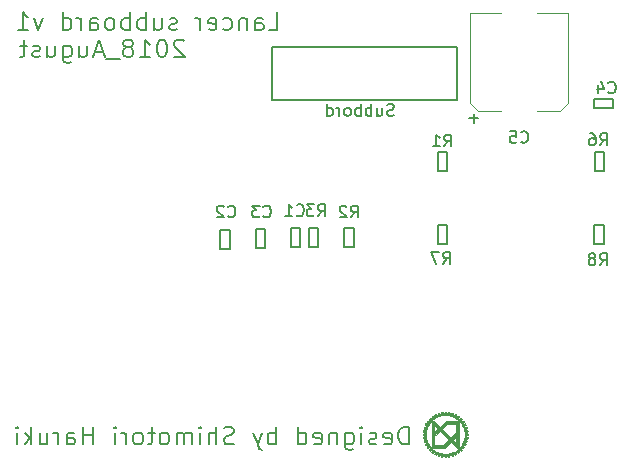
<source format=gbo>
G04 #@! TF.GenerationSoftware,KiCad,Pcbnew,(5.0.0)*
G04 #@! TF.CreationDate,2018-08-29T14:02:58+09:00*
G04 #@! TF.ProjectId,lancer_subbord,6C616E6365725F737562626F72642E6B,rev?*
G04 #@! TF.SameCoordinates,Original*
G04 #@! TF.FileFunction,Legend,Bot*
G04 #@! TF.FilePolarity,Positive*
%FSLAX46Y46*%
G04 Gerber Fmt 4.6, Leading zero omitted, Abs format (unit mm)*
G04 Created by KiCad (PCBNEW (5.0.0)) date 08/29/18 14:02:58*
%MOMM*%
%LPD*%
G01*
G04 APERTURE LIST*
%ADD10C,0.200000*%
%ADD11C,0.150000*%
%ADD12C,0.120000*%
%ADD13C,0.010000*%
G04 APERTURE END LIST*
D10*
X143032142Y-85146428D02*
X142960714Y-85075000D01*
X142817857Y-85003571D01*
X142460714Y-85003571D01*
X142317857Y-85075000D01*
X142246428Y-85146428D01*
X142175000Y-85289285D01*
X142175000Y-85432142D01*
X142246428Y-85646428D01*
X143103571Y-86503571D01*
X142175000Y-86503571D01*
X141246428Y-85003571D02*
X141103571Y-85003571D01*
X140960714Y-85075000D01*
X140889285Y-85146428D01*
X140817857Y-85289285D01*
X140746428Y-85575000D01*
X140746428Y-85932142D01*
X140817857Y-86217857D01*
X140889285Y-86360714D01*
X140960714Y-86432142D01*
X141103571Y-86503571D01*
X141246428Y-86503571D01*
X141389285Y-86432142D01*
X141460714Y-86360714D01*
X141532142Y-86217857D01*
X141603571Y-85932142D01*
X141603571Y-85575000D01*
X141532142Y-85289285D01*
X141460714Y-85146428D01*
X141389285Y-85075000D01*
X141246428Y-85003571D01*
X139317857Y-86503571D02*
X140175000Y-86503571D01*
X139746428Y-86503571D02*
X139746428Y-85003571D01*
X139889285Y-85217857D01*
X140032142Y-85360714D01*
X140175000Y-85432142D01*
X138460714Y-85646428D02*
X138603571Y-85575000D01*
X138675000Y-85503571D01*
X138746428Y-85360714D01*
X138746428Y-85289285D01*
X138675000Y-85146428D01*
X138603571Y-85075000D01*
X138460714Y-85003571D01*
X138175000Y-85003571D01*
X138032142Y-85075000D01*
X137960714Y-85146428D01*
X137889285Y-85289285D01*
X137889285Y-85360714D01*
X137960714Y-85503571D01*
X138032142Y-85575000D01*
X138175000Y-85646428D01*
X138460714Y-85646428D01*
X138603571Y-85717857D01*
X138675000Y-85789285D01*
X138746428Y-85932142D01*
X138746428Y-86217857D01*
X138675000Y-86360714D01*
X138603571Y-86432142D01*
X138460714Y-86503571D01*
X138175000Y-86503571D01*
X138032142Y-86432142D01*
X137960714Y-86360714D01*
X137889285Y-86217857D01*
X137889285Y-85932142D01*
X137960714Y-85789285D01*
X138032142Y-85717857D01*
X138175000Y-85646428D01*
X137603571Y-86646428D02*
X136460714Y-86646428D01*
X136175000Y-86075000D02*
X135460714Y-86075000D01*
X136317857Y-86503571D02*
X135817857Y-85003571D01*
X135317857Y-86503571D01*
X134174999Y-85503571D02*
X134174999Y-86503571D01*
X134817857Y-85503571D02*
X134817857Y-86289285D01*
X134746428Y-86432142D01*
X134603571Y-86503571D01*
X134389285Y-86503571D01*
X134246428Y-86432142D01*
X134174999Y-86360714D01*
X132817857Y-85503571D02*
X132817857Y-86717857D01*
X132889285Y-86860714D01*
X132960714Y-86932142D01*
X133103571Y-87003571D01*
X133317857Y-87003571D01*
X133460714Y-86932142D01*
X132817857Y-86432142D02*
X132960714Y-86503571D01*
X133246428Y-86503571D01*
X133389285Y-86432142D01*
X133460714Y-86360714D01*
X133532142Y-86217857D01*
X133532142Y-85789285D01*
X133460714Y-85646428D01*
X133389285Y-85575000D01*
X133246428Y-85503571D01*
X132960714Y-85503571D01*
X132817857Y-85575000D01*
X131460714Y-85503571D02*
X131460714Y-86503571D01*
X132103571Y-85503571D02*
X132103571Y-86289285D01*
X132032142Y-86432142D01*
X131889285Y-86503571D01*
X131674999Y-86503571D01*
X131532142Y-86432142D01*
X131460714Y-86360714D01*
X130817857Y-86432142D02*
X130674999Y-86503571D01*
X130389285Y-86503571D01*
X130246428Y-86432142D01*
X130174999Y-86289285D01*
X130174999Y-86217857D01*
X130246428Y-86075000D01*
X130389285Y-86003571D01*
X130603571Y-86003571D01*
X130746428Y-85932142D01*
X130817857Y-85789285D01*
X130817857Y-85717857D01*
X130746428Y-85575000D01*
X130603571Y-85503571D01*
X130389285Y-85503571D01*
X130246428Y-85575000D01*
X129746428Y-85503571D02*
X129174999Y-85503571D01*
X129532142Y-85003571D02*
X129532142Y-86289285D01*
X129460714Y-86432142D01*
X129317857Y-86503571D01*
X129174999Y-86503571D01*
X162046428Y-119278571D02*
X162046428Y-117778571D01*
X161689285Y-117778571D01*
X161475000Y-117850000D01*
X161332142Y-117992857D01*
X161260714Y-118135714D01*
X161189285Y-118421428D01*
X161189285Y-118635714D01*
X161260714Y-118921428D01*
X161332142Y-119064285D01*
X161475000Y-119207142D01*
X161689285Y-119278571D01*
X162046428Y-119278571D01*
X159975000Y-119207142D02*
X160117857Y-119278571D01*
X160403571Y-119278571D01*
X160546428Y-119207142D01*
X160617857Y-119064285D01*
X160617857Y-118492857D01*
X160546428Y-118350000D01*
X160403571Y-118278571D01*
X160117857Y-118278571D01*
X159975000Y-118350000D01*
X159903571Y-118492857D01*
X159903571Y-118635714D01*
X160617857Y-118778571D01*
X159332142Y-119207142D02*
X159189285Y-119278571D01*
X158903571Y-119278571D01*
X158760714Y-119207142D01*
X158689285Y-119064285D01*
X158689285Y-118992857D01*
X158760714Y-118850000D01*
X158903571Y-118778571D01*
X159117857Y-118778571D01*
X159260714Y-118707142D01*
X159332142Y-118564285D01*
X159332142Y-118492857D01*
X159260714Y-118350000D01*
X159117857Y-118278571D01*
X158903571Y-118278571D01*
X158760714Y-118350000D01*
X158046428Y-119278571D02*
X158046428Y-118278571D01*
X158046428Y-117778571D02*
X158117857Y-117850000D01*
X158046428Y-117921428D01*
X157975000Y-117850000D01*
X158046428Y-117778571D01*
X158046428Y-117921428D01*
X156689285Y-118278571D02*
X156689285Y-119492857D01*
X156760714Y-119635714D01*
X156832142Y-119707142D01*
X156975000Y-119778571D01*
X157189285Y-119778571D01*
X157332142Y-119707142D01*
X156689285Y-119207142D02*
X156832142Y-119278571D01*
X157117857Y-119278571D01*
X157260714Y-119207142D01*
X157332142Y-119135714D01*
X157403571Y-118992857D01*
X157403571Y-118564285D01*
X157332142Y-118421428D01*
X157260714Y-118350000D01*
X157117857Y-118278571D01*
X156832142Y-118278571D01*
X156689285Y-118350000D01*
X155975000Y-118278571D02*
X155975000Y-119278571D01*
X155975000Y-118421428D02*
X155903571Y-118350000D01*
X155760714Y-118278571D01*
X155546428Y-118278571D01*
X155403571Y-118350000D01*
X155332142Y-118492857D01*
X155332142Y-119278571D01*
X154046428Y-119207142D02*
X154189285Y-119278571D01*
X154475000Y-119278571D01*
X154617857Y-119207142D01*
X154689285Y-119064285D01*
X154689285Y-118492857D01*
X154617857Y-118350000D01*
X154475000Y-118278571D01*
X154189285Y-118278571D01*
X154046428Y-118350000D01*
X153975000Y-118492857D01*
X153975000Y-118635714D01*
X154689285Y-118778571D01*
X152689285Y-119278571D02*
X152689285Y-117778571D01*
X152689285Y-119207142D02*
X152832142Y-119278571D01*
X153117857Y-119278571D01*
X153260714Y-119207142D01*
X153332142Y-119135714D01*
X153403571Y-118992857D01*
X153403571Y-118564285D01*
X153332142Y-118421428D01*
X153260714Y-118350000D01*
X153117857Y-118278571D01*
X152832142Y-118278571D01*
X152689285Y-118350000D01*
X150832142Y-119278571D02*
X150832142Y-117778571D01*
X150832142Y-118350000D02*
X150689285Y-118278571D01*
X150403571Y-118278571D01*
X150260714Y-118350000D01*
X150189285Y-118421428D01*
X150117857Y-118564285D01*
X150117857Y-118992857D01*
X150189285Y-119135714D01*
X150260714Y-119207142D01*
X150403571Y-119278571D01*
X150689285Y-119278571D01*
X150832142Y-119207142D01*
X149617857Y-118278571D02*
X149260714Y-119278571D01*
X148903571Y-118278571D02*
X149260714Y-119278571D01*
X149403571Y-119635714D01*
X149475000Y-119707142D01*
X149617857Y-119778571D01*
X147260714Y-119207142D02*
X147046428Y-119278571D01*
X146689285Y-119278571D01*
X146546428Y-119207142D01*
X146475000Y-119135714D01*
X146403571Y-118992857D01*
X146403571Y-118850000D01*
X146475000Y-118707142D01*
X146546428Y-118635714D01*
X146689285Y-118564285D01*
X146975000Y-118492857D01*
X147117857Y-118421428D01*
X147189285Y-118350000D01*
X147260714Y-118207142D01*
X147260714Y-118064285D01*
X147189285Y-117921428D01*
X147117857Y-117850000D01*
X146975000Y-117778571D01*
X146617857Y-117778571D01*
X146403571Y-117850000D01*
X145760714Y-119278571D02*
X145760714Y-117778571D01*
X145117857Y-119278571D02*
X145117857Y-118492857D01*
X145189285Y-118350000D01*
X145332142Y-118278571D01*
X145546428Y-118278571D01*
X145689285Y-118350000D01*
X145760714Y-118421428D01*
X144403571Y-119278571D02*
X144403571Y-118278571D01*
X144403571Y-117778571D02*
X144475000Y-117850000D01*
X144403571Y-117921428D01*
X144332142Y-117850000D01*
X144403571Y-117778571D01*
X144403571Y-117921428D01*
X143689285Y-119278571D02*
X143689285Y-118278571D01*
X143689285Y-118421428D02*
X143617857Y-118350000D01*
X143475000Y-118278571D01*
X143260714Y-118278571D01*
X143117857Y-118350000D01*
X143046428Y-118492857D01*
X143046428Y-119278571D01*
X143046428Y-118492857D02*
X142975000Y-118350000D01*
X142832142Y-118278571D01*
X142617857Y-118278571D01*
X142475000Y-118350000D01*
X142403571Y-118492857D01*
X142403571Y-119278571D01*
X141475000Y-119278571D02*
X141617857Y-119207142D01*
X141689285Y-119135714D01*
X141760714Y-118992857D01*
X141760714Y-118564285D01*
X141689285Y-118421428D01*
X141617857Y-118350000D01*
X141475000Y-118278571D01*
X141260714Y-118278571D01*
X141117857Y-118350000D01*
X141046428Y-118421428D01*
X140975000Y-118564285D01*
X140975000Y-118992857D01*
X141046428Y-119135714D01*
X141117857Y-119207142D01*
X141260714Y-119278571D01*
X141475000Y-119278571D01*
X140546428Y-118278571D02*
X139975000Y-118278571D01*
X140332142Y-117778571D02*
X140332142Y-119064285D01*
X140260714Y-119207142D01*
X140117857Y-119278571D01*
X139975000Y-119278571D01*
X139260714Y-119278571D02*
X139403571Y-119207142D01*
X139475000Y-119135714D01*
X139546428Y-118992857D01*
X139546428Y-118564285D01*
X139475000Y-118421428D01*
X139403571Y-118350000D01*
X139260714Y-118278571D01*
X139046428Y-118278571D01*
X138903571Y-118350000D01*
X138832142Y-118421428D01*
X138760714Y-118564285D01*
X138760714Y-118992857D01*
X138832142Y-119135714D01*
X138903571Y-119207142D01*
X139046428Y-119278571D01*
X139260714Y-119278571D01*
X138117857Y-119278571D02*
X138117857Y-118278571D01*
X138117857Y-118564285D02*
X138046428Y-118421428D01*
X137975000Y-118350000D01*
X137832142Y-118278571D01*
X137689285Y-118278571D01*
X137189285Y-119278571D02*
X137189285Y-118278571D01*
X137189285Y-117778571D02*
X137260714Y-117850000D01*
X137189285Y-117921428D01*
X137117857Y-117850000D01*
X137189285Y-117778571D01*
X137189285Y-117921428D01*
X135332142Y-119278571D02*
X135332142Y-117778571D01*
X135332142Y-118492857D02*
X134475000Y-118492857D01*
X134475000Y-119278571D02*
X134475000Y-117778571D01*
X133117857Y-119278571D02*
X133117857Y-118492857D01*
X133189285Y-118350000D01*
X133332142Y-118278571D01*
X133617857Y-118278571D01*
X133760714Y-118350000D01*
X133117857Y-119207142D02*
X133260714Y-119278571D01*
X133617857Y-119278571D01*
X133760714Y-119207142D01*
X133832142Y-119064285D01*
X133832142Y-118921428D01*
X133760714Y-118778571D01*
X133617857Y-118707142D01*
X133260714Y-118707142D01*
X133117857Y-118635714D01*
X132403571Y-119278571D02*
X132403571Y-118278571D01*
X132403571Y-118564285D02*
X132332142Y-118421428D01*
X132260714Y-118350000D01*
X132117857Y-118278571D01*
X131975000Y-118278571D01*
X130832142Y-118278571D02*
X130832142Y-119278571D01*
X131475000Y-118278571D02*
X131475000Y-119064285D01*
X131403571Y-119207142D01*
X131260714Y-119278571D01*
X131046428Y-119278571D01*
X130903571Y-119207142D01*
X130832142Y-119135714D01*
X130117857Y-119278571D02*
X130117857Y-117778571D01*
X129975000Y-118707142D02*
X129546428Y-119278571D01*
X129546428Y-118278571D02*
X130117857Y-118850000D01*
X128903571Y-119278571D02*
X128903571Y-118278571D01*
X128903571Y-117778571D02*
X128975000Y-117850000D01*
X128903571Y-117921428D01*
X128832142Y-117850000D01*
X128903571Y-117778571D01*
X128903571Y-117921428D01*
X150214285Y-84203571D02*
X150928571Y-84203571D01*
X150928571Y-82703571D01*
X149071428Y-84203571D02*
X149071428Y-83417857D01*
X149142857Y-83275000D01*
X149285714Y-83203571D01*
X149571428Y-83203571D01*
X149714285Y-83275000D01*
X149071428Y-84132142D02*
X149214285Y-84203571D01*
X149571428Y-84203571D01*
X149714285Y-84132142D01*
X149785714Y-83989285D01*
X149785714Y-83846428D01*
X149714285Y-83703571D01*
X149571428Y-83632142D01*
X149214285Y-83632142D01*
X149071428Y-83560714D01*
X148357142Y-83203571D02*
X148357142Y-84203571D01*
X148357142Y-83346428D02*
X148285714Y-83275000D01*
X148142857Y-83203571D01*
X147928571Y-83203571D01*
X147785714Y-83275000D01*
X147714285Y-83417857D01*
X147714285Y-84203571D01*
X146357142Y-84132142D02*
X146500000Y-84203571D01*
X146785714Y-84203571D01*
X146928571Y-84132142D01*
X147000000Y-84060714D01*
X147071428Y-83917857D01*
X147071428Y-83489285D01*
X147000000Y-83346428D01*
X146928571Y-83275000D01*
X146785714Y-83203571D01*
X146500000Y-83203571D01*
X146357142Y-83275000D01*
X145142857Y-84132142D02*
X145285714Y-84203571D01*
X145571428Y-84203571D01*
X145714285Y-84132142D01*
X145785714Y-83989285D01*
X145785714Y-83417857D01*
X145714285Y-83275000D01*
X145571428Y-83203571D01*
X145285714Y-83203571D01*
X145142857Y-83275000D01*
X145071428Y-83417857D01*
X145071428Y-83560714D01*
X145785714Y-83703571D01*
X144428571Y-84203571D02*
X144428571Y-83203571D01*
X144428571Y-83489285D02*
X144357142Y-83346428D01*
X144285714Y-83275000D01*
X144142857Y-83203571D01*
X144000000Y-83203571D01*
X142428571Y-84132142D02*
X142285714Y-84203571D01*
X142000000Y-84203571D01*
X141857142Y-84132142D01*
X141785714Y-83989285D01*
X141785714Y-83917857D01*
X141857142Y-83775000D01*
X142000000Y-83703571D01*
X142214285Y-83703571D01*
X142357142Y-83632142D01*
X142428571Y-83489285D01*
X142428571Y-83417857D01*
X142357142Y-83275000D01*
X142214285Y-83203571D01*
X142000000Y-83203571D01*
X141857142Y-83275000D01*
X140500000Y-83203571D02*
X140500000Y-84203571D01*
X141142857Y-83203571D02*
X141142857Y-83989285D01*
X141071428Y-84132142D01*
X140928571Y-84203571D01*
X140714285Y-84203571D01*
X140571428Y-84132142D01*
X140500000Y-84060714D01*
X139785714Y-84203571D02*
X139785714Y-82703571D01*
X139785714Y-83275000D02*
X139642857Y-83203571D01*
X139357142Y-83203571D01*
X139214285Y-83275000D01*
X139142857Y-83346428D01*
X139071428Y-83489285D01*
X139071428Y-83917857D01*
X139142857Y-84060714D01*
X139214285Y-84132142D01*
X139357142Y-84203571D01*
X139642857Y-84203571D01*
X139785714Y-84132142D01*
X138428571Y-84203571D02*
X138428571Y-82703571D01*
X138428571Y-83275000D02*
X138285714Y-83203571D01*
X138000000Y-83203571D01*
X137857142Y-83275000D01*
X137785714Y-83346428D01*
X137714285Y-83489285D01*
X137714285Y-83917857D01*
X137785714Y-84060714D01*
X137857142Y-84132142D01*
X138000000Y-84203571D01*
X138285714Y-84203571D01*
X138428571Y-84132142D01*
X136857142Y-84203571D02*
X137000000Y-84132142D01*
X137071428Y-84060714D01*
X137142857Y-83917857D01*
X137142857Y-83489285D01*
X137071428Y-83346428D01*
X137000000Y-83275000D01*
X136857142Y-83203571D01*
X136642857Y-83203571D01*
X136500000Y-83275000D01*
X136428571Y-83346428D01*
X136357142Y-83489285D01*
X136357142Y-83917857D01*
X136428571Y-84060714D01*
X136500000Y-84132142D01*
X136642857Y-84203571D01*
X136857142Y-84203571D01*
X135071428Y-84203571D02*
X135071428Y-83417857D01*
X135142857Y-83275000D01*
X135285714Y-83203571D01*
X135571428Y-83203571D01*
X135714285Y-83275000D01*
X135071428Y-84132142D02*
X135214285Y-84203571D01*
X135571428Y-84203571D01*
X135714285Y-84132142D01*
X135785714Y-83989285D01*
X135785714Y-83846428D01*
X135714285Y-83703571D01*
X135571428Y-83632142D01*
X135214285Y-83632142D01*
X135071428Y-83560714D01*
X134357142Y-84203571D02*
X134357142Y-83203571D01*
X134357142Y-83489285D02*
X134285714Y-83346428D01*
X134214285Y-83275000D01*
X134071428Y-83203571D01*
X133928571Y-83203571D01*
X132785714Y-84203571D02*
X132785714Y-82703571D01*
X132785714Y-84132142D02*
X132928571Y-84203571D01*
X133214285Y-84203571D01*
X133357142Y-84132142D01*
X133428571Y-84060714D01*
X133500000Y-83917857D01*
X133500000Y-83489285D01*
X133428571Y-83346428D01*
X133357142Y-83275000D01*
X133214285Y-83203571D01*
X132928571Y-83203571D01*
X132785714Y-83275000D01*
X131071428Y-83203571D02*
X130714285Y-84203571D01*
X130357142Y-83203571D01*
X129000000Y-84203571D02*
X129857142Y-84203571D01*
X129428571Y-84203571D02*
X129428571Y-82703571D01*
X129571428Y-82917857D01*
X129714285Y-83060714D01*
X129857142Y-83132142D01*
D11*
G04 #@! TO.C,R6*
X177800000Y-94550000D02*
X177800000Y-96150000D01*
X177800000Y-94550000D02*
X178600000Y-94550000D01*
X178600000Y-94550000D02*
X178600000Y-96150000D01*
X177800000Y-96150000D02*
X178600000Y-96150000D01*
G04 #@! TO.C,R8*
X178575000Y-102300000D02*
X178575000Y-100700000D01*
X178575000Y-102300000D02*
X177775000Y-102300000D01*
X177775000Y-102300000D02*
X177775000Y-100700000D01*
X178575000Y-100700000D02*
X177775000Y-100700000D01*
G04 #@! TO.C,R7*
X165300000Y-102300000D02*
X165300000Y-100700000D01*
X165300000Y-102300000D02*
X164500000Y-102300000D01*
X164500000Y-102300000D02*
X164500000Y-100700000D01*
X165300000Y-100700000D02*
X164500000Y-100700000D01*
G04 #@! TO.C,R3*
X153600000Y-100950000D02*
X153600000Y-102550000D01*
X153600000Y-100950000D02*
X154400000Y-100950000D01*
X154400000Y-100950000D02*
X154400000Y-102550000D01*
X153600000Y-102550000D02*
X154400000Y-102550000D01*
G04 #@! TO.C,R2*
X156600000Y-100950000D02*
X156600000Y-102550000D01*
X156600000Y-100950000D02*
X157400000Y-100950000D01*
X157400000Y-100950000D02*
X157400000Y-102550000D01*
X156600000Y-102550000D02*
X157400000Y-102550000D01*
G04 #@! TO.C,R1*
X164500000Y-94550000D02*
X164500000Y-96150000D01*
X164500000Y-94550000D02*
X165300000Y-94550000D01*
X165300000Y-94550000D02*
X165300000Y-96150000D01*
X164500000Y-96150000D02*
X165300000Y-96150000D01*
G04 #@! TO.C,C4*
X177750000Y-90000000D02*
X179350000Y-90000000D01*
X177750000Y-90800000D02*
X177750000Y-90000000D01*
X177750000Y-90800000D02*
X179350000Y-90800000D01*
X179350000Y-90800000D02*
X179350000Y-90000000D01*
G04 #@! TO.C,C3*
X149100000Y-102650000D02*
X149100000Y-101050000D01*
X149900000Y-102650000D02*
X149100000Y-102650000D01*
X149900000Y-102650000D02*
X149900000Y-101050000D01*
X149900000Y-101050000D02*
X149100000Y-101050000D01*
G04 #@! TO.C,C2*
X146100000Y-102750000D02*
X146100000Y-101150000D01*
X146900000Y-102750000D02*
X146100000Y-102750000D01*
X146900000Y-102750000D02*
X146900000Y-101150000D01*
X146900000Y-101150000D02*
X146100000Y-101150000D01*
G04 #@! TO.C,C1*
X152900000Y-100950000D02*
X152900000Y-102550000D01*
X152100000Y-100950000D02*
X152900000Y-100950000D01*
X152100000Y-100950000D02*
X152100000Y-102550000D01*
X152100000Y-102550000D02*
X152900000Y-102550000D01*
D12*
G04 #@! TO.C,C5*
X167210000Y-82710000D02*
X169890000Y-82710000D01*
X175590000Y-82710000D02*
X172910000Y-82710000D01*
X174830000Y-91090000D02*
X172910000Y-91090000D01*
X167970000Y-91090000D02*
X169890000Y-91090000D01*
X167210000Y-82710000D02*
X167210000Y-90330000D01*
X167210000Y-90330000D02*
X167970000Y-91090000D01*
X174830000Y-91090000D02*
X175590000Y-90330000D01*
X175590000Y-90330000D02*
X175590000Y-82710000D01*
D13*
G04 #@! TO.C,G\002A\002A\002A*
G36*
X164666412Y-119575169D02*
X164745554Y-119574914D01*
X164819572Y-119574508D01*
X164887202Y-119573965D01*
X164947182Y-119573301D01*
X164998247Y-119572530D01*
X165039135Y-119571668D01*
X165068582Y-119570728D01*
X165085325Y-119569727D01*
X165088314Y-119569279D01*
X165098575Y-119563150D01*
X165117265Y-119547974D01*
X165144633Y-119523517D01*
X165180928Y-119489545D01*
X165226397Y-119445824D01*
X165281289Y-119392121D01*
X165345853Y-119328201D01*
X165367846Y-119306300D01*
X165625606Y-119049299D01*
X165875846Y-119300054D01*
X165926122Y-119350248D01*
X165973822Y-119397515D01*
X166017865Y-119440808D01*
X166057171Y-119479081D01*
X166090659Y-119511290D01*
X166117248Y-119536386D01*
X166135857Y-119553326D01*
X166145406Y-119561062D01*
X166145682Y-119561218D01*
X166173820Y-119569734D01*
X166207048Y-119570694D01*
X166238087Y-119564139D01*
X166245980Y-119560664D01*
X166263646Y-119547518D01*
X166281406Y-119528354D01*
X166285534Y-119522694D01*
X166303885Y-119495688D01*
X166303885Y-118432273D01*
X166303880Y-118287053D01*
X166303858Y-118155639D01*
X166303811Y-118037323D01*
X166303730Y-117931399D01*
X166303605Y-117837157D01*
X166303430Y-117753891D01*
X166303194Y-117680892D01*
X166302889Y-117617453D01*
X166302506Y-117562866D01*
X166302037Y-117516423D01*
X166301472Y-117477416D01*
X166300803Y-117445137D01*
X166300021Y-117418879D01*
X166299118Y-117397934D01*
X166298084Y-117381593D01*
X166296912Y-117369150D01*
X166295591Y-117359896D01*
X166294114Y-117353124D01*
X166292471Y-117348126D01*
X166290654Y-117344193D01*
X166290421Y-117343753D01*
X166273087Y-117322064D01*
X166248283Y-117303531D01*
X166245736Y-117302138D01*
X166214517Y-117285628D01*
X165728952Y-117285628D01*
X165620961Y-117285721D01*
X165527046Y-117286005D01*
X165446771Y-117286487D01*
X165379700Y-117287173D01*
X165325394Y-117288072D01*
X165283419Y-117289188D01*
X165253337Y-117290531D01*
X165234712Y-117292106D01*
X165227537Y-117293646D01*
X165219382Y-117300240D01*
X165202036Y-117316098D01*
X165176550Y-117340200D01*
X165143977Y-117371528D01*
X165105369Y-117409063D01*
X165061778Y-117451786D01*
X165014256Y-117498679D01*
X164963856Y-117548723D01*
X164955920Y-117556630D01*
X164700156Y-117811596D01*
X164444292Y-117556280D01*
X164393409Y-117505756D01*
X164345079Y-117458247D01*
X164300374Y-117414774D01*
X164260365Y-117376356D01*
X164226124Y-117344014D01*
X164198724Y-117318767D01*
X164179236Y-117301637D01*
X164168732Y-117293644D01*
X164167998Y-117293296D01*
X164134837Y-117286178D01*
X164101645Y-117291041D01*
X164078125Y-117300724D01*
X164050659Y-117320071D01*
X164032768Y-117346553D01*
X164030730Y-117350921D01*
X164028887Y-117355668D01*
X164027229Y-117361508D01*
X164025747Y-117369156D01*
X164024431Y-117379330D01*
X164023270Y-117392744D01*
X164022255Y-117410113D01*
X164021377Y-117432155D01*
X164020625Y-117459584D01*
X164019989Y-117493115D01*
X164019460Y-117533465D01*
X164019029Y-117581350D01*
X164018684Y-117637484D01*
X164018565Y-117666672D01*
X164242857Y-117666672D01*
X164393420Y-117817236D01*
X164543984Y-117967800D01*
X164543950Y-117967834D01*
X164856137Y-117967834D01*
X165313199Y-117510600D01*
X166078914Y-117510600D01*
X166078914Y-118276315D01*
X165850296Y-118504846D01*
X165621679Y-118733377D01*
X165238908Y-118350605D01*
X164856137Y-117967834D01*
X164543950Y-117967834D01*
X164242857Y-118268927D01*
X164242857Y-117666672D01*
X164018565Y-117666672D01*
X164018417Y-117702584D01*
X164018217Y-117777365D01*
X164018075Y-117862543D01*
X164017980Y-117958833D01*
X164017924Y-118066951D01*
X164017896Y-118187614D01*
X164017886Y-118321535D01*
X164017885Y-118431637D01*
X164017865Y-118578769D01*
X164017827Y-118712085D01*
X164017804Y-118832282D01*
X164017828Y-118940058D01*
X164017934Y-119036112D01*
X164018154Y-119121142D01*
X164018521Y-119195844D01*
X164019068Y-119260918D01*
X164019828Y-119317060D01*
X164020601Y-119353914D01*
X164242857Y-119353914D01*
X164242857Y-118581113D01*
X164469599Y-118354285D01*
X164516845Y-118307102D01*
X164560921Y-118263241D01*
X164600775Y-118223738D01*
X164635353Y-118189630D01*
X164663602Y-118161953D01*
X164684470Y-118141743D01*
X164696903Y-118130038D01*
X164700039Y-118127457D01*
X164705640Y-118132461D01*
X164720686Y-118146942D01*
X164744371Y-118170100D01*
X164775888Y-118201137D01*
X164814431Y-118239254D01*
X164859194Y-118283652D01*
X164909370Y-118333534D01*
X164964153Y-118388099D01*
X165022737Y-118446549D01*
X165084315Y-118508086D01*
X165084677Y-118508449D01*
X165465617Y-118889440D01*
X165461842Y-118893217D01*
X165781369Y-118893217D01*
X165928261Y-118746194D01*
X165965976Y-118708508D01*
X166000237Y-118674395D01*
X166029742Y-118645140D01*
X166053189Y-118622032D01*
X166069274Y-118606357D01*
X166076695Y-118599403D01*
X166077033Y-118599171D01*
X166077440Y-118606175D01*
X166077816Y-118626170D01*
X166078152Y-118657636D01*
X166078439Y-118699049D01*
X166078667Y-118748887D01*
X166078826Y-118805629D01*
X166078906Y-118867752D01*
X166078914Y-118894833D01*
X166078914Y-119190496D01*
X165930142Y-119041856D01*
X165781369Y-118893217D01*
X165461842Y-118893217D01*
X165001313Y-119353914D01*
X164242857Y-119353914D01*
X164020601Y-119353914D01*
X164020834Y-119364969D01*
X164022119Y-119405343D01*
X164023717Y-119438879D01*
X164025660Y-119466276D01*
X164027981Y-119488232D01*
X164030713Y-119505443D01*
X164033890Y-119518609D01*
X164037544Y-119528427D01*
X164041709Y-119535595D01*
X164046417Y-119540810D01*
X164051701Y-119544772D01*
X164057595Y-119548177D01*
X164064132Y-119551723D01*
X164071101Y-119555947D01*
X164100277Y-119575257D01*
X164583410Y-119575257D01*
X164666412Y-119575169D01*
X164666412Y-119575169D01*
G37*
X164666412Y-119575169D02*
X164745554Y-119574914D01*
X164819572Y-119574508D01*
X164887202Y-119573965D01*
X164947182Y-119573301D01*
X164998247Y-119572530D01*
X165039135Y-119571668D01*
X165068582Y-119570728D01*
X165085325Y-119569727D01*
X165088314Y-119569279D01*
X165098575Y-119563150D01*
X165117265Y-119547974D01*
X165144633Y-119523517D01*
X165180928Y-119489545D01*
X165226397Y-119445824D01*
X165281289Y-119392121D01*
X165345853Y-119328201D01*
X165367846Y-119306300D01*
X165625606Y-119049299D01*
X165875846Y-119300054D01*
X165926122Y-119350248D01*
X165973822Y-119397515D01*
X166017865Y-119440808D01*
X166057171Y-119479081D01*
X166090659Y-119511290D01*
X166117248Y-119536386D01*
X166135857Y-119553326D01*
X166145406Y-119561062D01*
X166145682Y-119561218D01*
X166173820Y-119569734D01*
X166207048Y-119570694D01*
X166238087Y-119564139D01*
X166245980Y-119560664D01*
X166263646Y-119547518D01*
X166281406Y-119528354D01*
X166285534Y-119522694D01*
X166303885Y-119495688D01*
X166303885Y-118432273D01*
X166303880Y-118287053D01*
X166303858Y-118155639D01*
X166303811Y-118037323D01*
X166303730Y-117931399D01*
X166303605Y-117837157D01*
X166303430Y-117753891D01*
X166303194Y-117680892D01*
X166302889Y-117617453D01*
X166302506Y-117562866D01*
X166302037Y-117516423D01*
X166301472Y-117477416D01*
X166300803Y-117445137D01*
X166300021Y-117418879D01*
X166299118Y-117397934D01*
X166298084Y-117381593D01*
X166296912Y-117369150D01*
X166295591Y-117359896D01*
X166294114Y-117353124D01*
X166292471Y-117348126D01*
X166290654Y-117344193D01*
X166290421Y-117343753D01*
X166273087Y-117322064D01*
X166248283Y-117303531D01*
X166245736Y-117302138D01*
X166214517Y-117285628D01*
X165728952Y-117285628D01*
X165620961Y-117285721D01*
X165527046Y-117286005D01*
X165446771Y-117286487D01*
X165379700Y-117287173D01*
X165325394Y-117288072D01*
X165283419Y-117289188D01*
X165253337Y-117290531D01*
X165234712Y-117292106D01*
X165227537Y-117293646D01*
X165219382Y-117300240D01*
X165202036Y-117316098D01*
X165176550Y-117340200D01*
X165143977Y-117371528D01*
X165105369Y-117409063D01*
X165061778Y-117451786D01*
X165014256Y-117498679D01*
X164963856Y-117548723D01*
X164955920Y-117556630D01*
X164700156Y-117811596D01*
X164444292Y-117556280D01*
X164393409Y-117505756D01*
X164345079Y-117458247D01*
X164300374Y-117414774D01*
X164260365Y-117376356D01*
X164226124Y-117344014D01*
X164198724Y-117318767D01*
X164179236Y-117301637D01*
X164168732Y-117293644D01*
X164167998Y-117293296D01*
X164134837Y-117286178D01*
X164101645Y-117291041D01*
X164078125Y-117300724D01*
X164050659Y-117320071D01*
X164032768Y-117346553D01*
X164030730Y-117350921D01*
X164028887Y-117355668D01*
X164027229Y-117361508D01*
X164025747Y-117369156D01*
X164024431Y-117379330D01*
X164023270Y-117392744D01*
X164022255Y-117410113D01*
X164021377Y-117432155D01*
X164020625Y-117459584D01*
X164019989Y-117493115D01*
X164019460Y-117533465D01*
X164019029Y-117581350D01*
X164018684Y-117637484D01*
X164018565Y-117666672D01*
X164242857Y-117666672D01*
X164393420Y-117817236D01*
X164543984Y-117967800D01*
X164543950Y-117967834D01*
X164856137Y-117967834D01*
X165313199Y-117510600D01*
X166078914Y-117510600D01*
X166078914Y-118276315D01*
X165850296Y-118504846D01*
X165621679Y-118733377D01*
X165238908Y-118350605D01*
X164856137Y-117967834D01*
X164543950Y-117967834D01*
X164242857Y-118268927D01*
X164242857Y-117666672D01*
X164018565Y-117666672D01*
X164018417Y-117702584D01*
X164018217Y-117777365D01*
X164018075Y-117862543D01*
X164017980Y-117958833D01*
X164017924Y-118066951D01*
X164017896Y-118187614D01*
X164017886Y-118321535D01*
X164017885Y-118431637D01*
X164017865Y-118578769D01*
X164017827Y-118712085D01*
X164017804Y-118832282D01*
X164017828Y-118940058D01*
X164017934Y-119036112D01*
X164018154Y-119121142D01*
X164018521Y-119195844D01*
X164019068Y-119260918D01*
X164019828Y-119317060D01*
X164020601Y-119353914D01*
X164242857Y-119353914D01*
X164242857Y-118581113D01*
X164469599Y-118354285D01*
X164516845Y-118307102D01*
X164560921Y-118263241D01*
X164600775Y-118223738D01*
X164635353Y-118189630D01*
X164663602Y-118161953D01*
X164684470Y-118141743D01*
X164696903Y-118130038D01*
X164700039Y-118127457D01*
X164705640Y-118132461D01*
X164720686Y-118146942D01*
X164744371Y-118170100D01*
X164775888Y-118201137D01*
X164814431Y-118239254D01*
X164859194Y-118283652D01*
X164909370Y-118333534D01*
X164964153Y-118388099D01*
X165022737Y-118446549D01*
X165084315Y-118508086D01*
X165084677Y-118508449D01*
X165465617Y-118889440D01*
X165461842Y-118893217D01*
X165781369Y-118893217D01*
X165928261Y-118746194D01*
X165965976Y-118708508D01*
X166000237Y-118674395D01*
X166029742Y-118645140D01*
X166053189Y-118622032D01*
X166069274Y-118606357D01*
X166076695Y-118599403D01*
X166077033Y-118599171D01*
X166077440Y-118606175D01*
X166077816Y-118626170D01*
X166078152Y-118657636D01*
X166078439Y-118699049D01*
X166078667Y-118748887D01*
X166078826Y-118805629D01*
X166078906Y-118867752D01*
X166078914Y-118894833D01*
X166078914Y-119190496D01*
X165930142Y-119041856D01*
X165781369Y-118893217D01*
X165461842Y-118893217D01*
X165001313Y-119353914D01*
X164242857Y-119353914D01*
X164020601Y-119353914D01*
X164020834Y-119364969D01*
X164022119Y-119405343D01*
X164023717Y-119438879D01*
X164025660Y-119466276D01*
X164027981Y-119488232D01*
X164030713Y-119505443D01*
X164033890Y-119518609D01*
X164037544Y-119528427D01*
X164041709Y-119535595D01*
X164046417Y-119540810D01*
X164051701Y-119544772D01*
X164057595Y-119548177D01*
X164064132Y-119551723D01*
X164071101Y-119555947D01*
X164100277Y-119575257D01*
X164583410Y-119575257D01*
X164666412Y-119575169D01*
G36*
X165263839Y-120163085D02*
X165316575Y-120158601D01*
X165354685Y-120235229D01*
X165371608Y-120269039D01*
X165384589Y-120291733D01*
X165396519Y-120304999D01*
X165410290Y-120310525D01*
X165428796Y-120309999D01*
X165454927Y-120305110D01*
X165469231Y-120302086D01*
X165509063Y-120293714D01*
X165521943Y-120210765D01*
X165527225Y-120177870D01*
X165531922Y-120150687D01*
X165535501Y-120132160D01*
X165537368Y-120125269D01*
X165545409Y-120121710D01*
X165561431Y-120116555D01*
X165562528Y-120116238D01*
X165572312Y-120113914D01*
X165580502Y-120114585D01*
X165589132Y-120120026D01*
X165600237Y-120132010D01*
X165615853Y-120152311D01*
X165636735Y-120180941D01*
X165688328Y-120252129D01*
X165740293Y-120236346D01*
X165792257Y-120220562D01*
X165795885Y-120131223D01*
X165799514Y-120041884D01*
X165821285Y-120032585D01*
X165830782Y-120029013D01*
X165839103Y-120028531D01*
X165848568Y-120032576D01*
X165861500Y-120042587D01*
X165880221Y-120060000D01*
X165905508Y-120084734D01*
X165967960Y-120146181D01*
X166019911Y-120120019D01*
X166046016Y-120106308D01*
X166061224Y-120096361D01*
X166067919Y-120088085D01*
X166068485Y-120079386D01*
X166068133Y-120077671D01*
X166065398Y-120063573D01*
X166061176Y-120039273D01*
X166056175Y-120008917D01*
X166053570Y-119992543D01*
X166048682Y-119960676D01*
X166046262Y-119939991D01*
X166046520Y-119927333D01*
X166049667Y-119919545D01*
X166055914Y-119913473D01*
X166059011Y-119911061D01*
X166073685Y-119901751D01*
X166083407Y-119898361D01*
X166092182Y-119902354D01*
X166109945Y-119913330D01*
X166134059Y-119929577D01*
X166160135Y-119948110D01*
X166228740Y-119998021D01*
X166270987Y-119966417D01*
X166292076Y-119950533D01*
X166308259Y-119938142D01*
X166316329Y-119931703D01*
X166316569Y-119931478D01*
X166315715Y-119923704D01*
X166310912Y-119905032D01*
X166302951Y-119878281D01*
X166292890Y-119847070D01*
X166265875Y-119765997D01*
X166301769Y-119730103D01*
X166381460Y-119770069D01*
X166461150Y-119810036D01*
X166502012Y-119769173D01*
X166542875Y-119728311D01*
X166501650Y-119649879D01*
X166460426Y-119571446D01*
X166496287Y-119535585D01*
X166578596Y-119561363D01*
X166610848Y-119571130D01*
X166637732Y-119578641D01*
X166656431Y-119583151D01*
X166664121Y-119583926D01*
X166673464Y-119572877D01*
X166686634Y-119555353D01*
X166700978Y-119535161D01*
X166713840Y-119516104D01*
X166722566Y-119501989D01*
X166724800Y-119496955D01*
X166720735Y-119488690D01*
X166709726Y-119471493D01*
X166693547Y-119448035D01*
X166677628Y-119425950D01*
X166658492Y-119399052D01*
X166643118Y-119375866D01*
X166633290Y-119359186D01*
X166630618Y-119352355D01*
X166634881Y-119340062D01*
X166643318Y-119326745D01*
X166647723Y-119321113D01*
X166652357Y-119317118D01*
X166659170Y-119314868D01*
X166670112Y-119314468D01*
X166687132Y-119316025D01*
X166712183Y-119319642D01*
X166747212Y-119325428D01*
X166794172Y-119333488D01*
X166806442Y-119335601D01*
X166816929Y-119336314D01*
X166825295Y-119332553D01*
X166833907Y-119321838D01*
X166845126Y-119301690D01*
X166852419Y-119287370D01*
X166878438Y-119235703D01*
X166816575Y-119173251D01*
X166754711Y-119110800D01*
X166764710Y-119087441D01*
X166774708Y-119064082D01*
X166862933Y-119062041D01*
X166951159Y-119060000D01*
X166983981Y-118956402D01*
X166916162Y-118907862D01*
X166889069Y-118888224D01*
X166866637Y-118871499D01*
X166851338Y-118859562D01*
X166845694Y-118854432D01*
X166845583Y-118844685D01*
X166848954Y-118827817D01*
X166849179Y-118826979D01*
X166852202Y-118817350D01*
X166856815Y-118810496D01*
X166865596Y-118805389D01*
X166881124Y-118800997D01*
X166905980Y-118796292D01*
X166940127Y-118790668D01*
X166977195Y-118784647D01*
X167002577Y-118779273D01*
X167018808Y-118772304D01*
X167028427Y-118761494D01*
X167033969Y-118744600D01*
X167037970Y-118719379D01*
X167040310Y-118702047D01*
X167045238Y-118666216D01*
X166968476Y-118625042D01*
X166936056Y-118607465D01*
X166914344Y-118594804D01*
X166901196Y-118585224D01*
X166894472Y-118576892D01*
X166892027Y-118567973D01*
X166891714Y-118559351D01*
X166891714Y-118534836D01*
X166975438Y-118507280D01*
X167059161Y-118479725D01*
X167057080Y-118422108D01*
X167055000Y-118364492D01*
X166975171Y-118337937D01*
X166895342Y-118311383D01*
X166893107Y-118285012D01*
X166890871Y-118258641D01*
X166965678Y-118221244D01*
X166995419Y-118206294D01*
X167020003Y-118193782D01*
X167036752Y-118185081D01*
X167042946Y-118181615D01*
X167043155Y-118173892D01*
X167041328Y-118156250D01*
X167038133Y-118133030D01*
X167034240Y-118108571D01*
X167030319Y-118087214D01*
X167027038Y-118073300D01*
X167025797Y-118070436D01*
X167017780Y-118068018D01*
X166998428Y-118063873D01*
X166970734Y-118058603D01*
X166940999Y-118053370D01*
X166908465Y-118047692D01*
X166881686Y-118042731D01*
X166863605Y-118039053D01*
X166857191Y-118037296D01*
X166853872Y-118029512D01*
X166848832Y-118013640D01*
X166848495Y-118012472D01*
X166846172Y-118002693D01*
X166846841Y-117994506D01*
X166852275Y-117985879D01*
X166864248Y-117974779D01*
X166884533Y-117959173D01*
X166913293Y-117938196D01*
X166984576Y-117886533D01*
X166966518Y-117832824D01*
X166948459Y-117779114D01*
X166774899Y-117779114D01*
X166764805Y-117755528D01*
X166754711Y-117731943D01*
X166816575Y-117669491D01*
X166878438Y-117607040D01*
X166852903Y-117556335D01*
X166827369Y-117505630D01*
X166741822Y-117519237D01*
X166656276Y-117532844D01*
X166643527Y-117516279D01*
X166634128Y-117501519D01*
X166630618Y-117491592D01*
X166634611Y-117482811D01*
X166645582Y-117465050D01*
X166661818Y-117440953D01*
X166680133Y-117415187D01*
X166729808Y-117346904D01*
X166707245Y-117317512D01*
X166691540Y-117296601D01*
X166677839Y-117277607D01*
X166673504Y-117271287D01*
X166662327Y-117254453D01*
X166580291Y-117281789D01*
X166498254Y-117309124D01*
X166462360Y-117273230D01*
X166502326Y-117193540D01*
X166542292Y-117113849D01*
X166460941Y-117032498D01*
X166382759Y-117073792D01*
X166304577Y-117115085D01*
X166285652Y-117096342D01*
X166266728Y-117077598D01*
X166293193Y-116995734D01*
X166303022Y-116963427D01*
X166310142Y-116936221D01*
X166313876Y-116917004D01*
X166313586Y-116908695D01*
X166299882Y-116897984D01*
X166280927Y-116884307D01*
X166260495Y-116870235D01*
X166242360Y-116858339D01*
X166230295Y-116851191D01*
X166227736Y-116850200D01*
X166220090Y-116854251D01*
X166203421Y-116865227D01*
X166180332Y-116881362D01*
X166158207Y-116897371D01*
X166131308Y-116916507D01*
X166108123Y-116931881D01*
X166091443Y-116941710D01*
X166084612Y-116944381D01*
X166072324Y-116940093D01*
X166059170Y-116931681D01*
X166051812Y-116925426D01*
X166047610Y-116918566D01*
X166046355Y-116907943D01*
X166047839Y-116890399D01*
X166051856Y-116862775D01*
X166053813Y-116850200D01*
X166058896Y-116818355D01*
X166063553Y-116790466D01*
X166067083Y-116770680D01*
X166068217Y-116765071D01*
X166068415Y-116756070D01*
X166062880Y-116747841D01*
X166049225Y-116738291D01*
X166025064Y-116725331D01*
X166019911Y-116722723D01*
X165967960Y-116696561D01*
X165904670Y-116759557D01*
X165841381Y-116822554D01*
X165818633Y-116810790D01*
X165795885Y-116799027D01*
X165795885Y-116626540D01*
X165742425Y-116608566D01*
X165688965Y-116590591D01*
X165640272Y-116658623D01*
X165620603Y-116685761D01*
X165603846Y-116708240D01*
X165591872Y-116723594D01*
X165586689Y-116729305D01*
X165576960Y-116729404D01*
X165560027Y-116726035D01*
X165558863Y-116725724D01*
X165550719Y-116723611D01*
X165544567Y-116721030D01*
X165539782Y-116715999D01*
X165535739Y-116706537D01*
X165531812Y-116690662D01*
X165527375Y-116666391D01*
X165521805Y-116631744D01*
X165514569Y-116585341D01*
X165508901Y-116549083D01*
X165455469Y-116539514D01*
X165428988Y-116535636D01*
X165408185Y-116534192D01*
X165397028Y-116535429D01*
X165396435Y-116535858D01*
X165390925Y-116544355D01*
X165380306Y-116562827D01*
X165366200Y-116588394D01*
X165353020Y-116612916D01*
X165315206Y-116684060D01*
X165288909Y-116681858D01*
X165262611Y-116679657D01*
X165212255Y-116516371D01*
X165153913Y-116516392D01*
X165095571Y-116516412D01*
X165070068Y-116598035D01*
X165044565Y-116679657D01*
X165018307Y-116681858D01*
X164992050Y-116684060D01*
X164954236Y-116612916D01*
X164938472Y-116583652D01*
X164924846Y-116559092D01*
X164914984Y-116542119D01*
X164910821Y-116535858D01*
X164901443Y-116534201D01*
X164881827Y-116535260D01*
X164855941Y-116538791D01*
X164851787Y-116539514D01*
X164798355Y-116549083D01*
X164792687Y-116585341D01*
X164785380Y-116632198D01*
X164779826Y-116666717D01*
X164775399Y-116690883D01*
X164771474Y-116706675D01*
X164767425Y-116716076D01*
X164762629Y-116721069D01*
X164756458Y-116723633D01*
X164748393Y-116725724D01*
X164731227Y-116729284D01*
X164720843Y-116729431D01*
X164720567Y-116729305D01*
X164714635Y-116722672D01*
X164702202Y-116706647D01*
X164685139Y-116683697D01*
X164666984Y-116658623D01*
X164618291Y-116590591D01*
X164564831Y-116608566D01*
X164511371Y-116626540D01*
X164511371Y-116799027D01*
X164488623Y-116810790D01*
X164465876Y-116822554D01*
X164402586Y-116759557D01*
X164339297Y-116696561D01*
X164287346Y-116722723D01*
X164261225Y-116736447D01*
X164246003Y-116746415D01*
X164239294Y-116754718D01*
X164238713Y-116763447D01*
X164239040Y-116765071D01*
X164241730Y-116779171D01*
X164245904Y-116803473D01*
X164250859Y-116833832D01*
X164253443Y-116850200D01*
X164258294Y-116882078D01*
X164260685Y-116902776D01*
X164260408Y-116915452D01*
X164257256Y-116923265D01*
X164251021Y-116929373D01*
X164248086Y-116931681D01*
X164233012Y-116941051D01*
X164222644Y-116944381D01*
X164213291Y-116940361D01*
X164195169Y-116929349D01*
X164171068Y-116913128D01*
X164149050Y-116897371D01*
X164122614Y-116878300D01*
X164100443Y-116862925D01*
X164085139Y-116853013D01*
X164079520Y-116850200D01*
X164071834Y-116854064D01*
X164056218Y-116863942D01*
X164036446Y-116877263D01*
X164016292Y-116891456D01*
X163999529Y-116903949D01*
X163993670Y-116908695D01*
X163993408Y-116917217D01*
X163997197Y-116936574D01*
X164004362Y-116963877D01*
X164014063Y-116995734D01*
X164040528Y-117077598D01*
X164021604Y-117096342D01*
X164002679Y-117115085D01*
X163924497Y-117073792D01*
X163846315Y-117032498D01*
X163764964Y-117113849D01*
X163804930Y-117193540D01*
X163844896Y-117273230D01*
X163809002Y-117309124D01*
X163726966Y-117281789D01*
X163644929Y-117254453D01*
X163633752Y-117271287D01*
X163622578Y-117287200D01*
X163607208Y-117308035D01*
X163600011Y-117317512D01*
X163577448Y-117346904D01*
X163627124Y-117415187D01*
X163646717Y-117442801D01*
X163662639Y-117466538D01*
X163673175Y-117483754D01*
X163676638Y-117491592D01*
X163672417Y-117502878D01*
X163663729Y-117516279D01*
X163650981Y-117532844D01*
X163479887Y-117505630D01*
X163454353Y-117556335D01*
X163428818Y-117607040D01*
X163490681Y-117669491D01*
X163552545Y-117731943D01*
X163542451Y-117755528D01*
X163532357Y-117779114D01*
X163358797Y-117779114D01*
X163340739Y-117832824D01*
X163322680Y-117886533D01*
X163393964Y-117938196D01*
X163423841Y-117960002D01*
X163443713Y-117975362D01*
X163455353Y-117986306D01*
X163460534Y-117994869D01*
X163461030Y-118003084D01*
X163458761Y-118012472D01*
X163453681Y-118028664D01*
X163450188Y-118037152D01*
X163450065Y-118037296D01*
X163442462Y-118039315D01*
X163423482Y-118043131D01*
X163396067Y-118048179D01*
X163366258Y-118053370D01*
X163333595Y-118059139D01*
X163306570Y-118064328D01*
X163288172Y-118068333D01*
X163281459Y-118070436D01*
X163278783Y-118078700D01*
X163275115Y-118096688D01*
X163271124Y-118120058D01*
X163267479Y-118144470D01*
X163264849Y-118165585D01*
X163263905Y-118179060D01*
X163264310Y-118181615D01*
X163271397Y-118185553D01*
X163288803Y-118194577D01*
X163313850Y-118207312D01*
X163341578Y-118221244D01*
X163416385Y-118258641D01*
X163414150Y-118285012D01*
X163411914Y-118311383D01*
X163332085Y-118337937D01*
X163252257Y-118364492D01*
X163250176Y-118422108D01*
X163250072Y-118425000D01*
X163514077Y-118425000D01*
X163514958Y-118345760D01*
X163517564Y-118277458D01*
X163522355Y-118216569D01*
X163529793Y-118159573D01*
X163540337Y-118102946D01*
X163554450Y-118043165D01*
X163572591Y-117976709D01*
X163572842Y-117975835D01*
X163621593Y-117831221D01*
X163682767Y-117693153D01*
X163755643Y-117562271D01*
X163839504Y-117439217D01*
X163933630Y-117324630D01*
X164037302Y-117219151D01*
X164149802Y-117123420D01*
X164270410Y-117038079D01*
X164398409Y-116963768D01*
X164533078Y-116901127D01*
X164673700Y-116850796D01*
X164819555Y-116813417D01*
X164892371Y-116800078D01*
X164936331Y-116793208D01*
X164972776Y-116788039D01*
X165004960Y-116784375D01*
X165036136Y-116782020D01*
X165069559Y-116780780D01*
X165108482Y-116780457D01*
X165156160Y-116780857D01*
X165200800Y-116781532D01*
X165260988Y-116782983D01*
X165310950Y-116785380D01*
X165354961Y-116789085D01*
X165397297Y-116794461D01*
X165442234Y-116801873D01*
X165443914Y-116802175D01*
X165595530Y-116836565D01*
X165740952Y-116883612D01*
X165879616Y-116942685D01*
X166010961Y-117013154D01*
X166134425Y-117094391D01*
X166249446Y-117185765D01*
X166355461Y-117286647D01*
X166451908Y-117396406D01*
X166538226Y-117514414D01*
X166613853Y-117640039D01*
X166678226Y-117772653D01*
X166730783Y-117911625D01*
X166770962Y-118056326D01*
X166798201Y-118206126D01*
X166810555Y-118333466D01*
X166812605Y-118488222D01*
X166800504Y-118640723D01*
X166774537Y-118790225D01*
X166734988Y-118935984D01*
X166682142Y-119077257D01*
X166616284Y-119213300D01*
X166537697Y-119343370D01*
X166446668Y-119466723D01*
X166343479Y-119582615D01*
X166325617Y-119600657D01*
X166210126Y-119705614D01*
X166087158Y-119798233D01*
X165957268Y-119878263D01*
X165821010Y-119945456D01*
X165678940Y-119999561D01*
X165531611Y-120040331D01*
X165379578Y-120067515D01*
X165261735Y-120078904D01*
X165109027Y-120081344D01*
X164958884Y-120069904D01*
X164812043Y-120045101D01*
X164669241Y-120007456D01*
X164531215Y-119957485D01*
X164398702Y-119895707D01*
X164272440Y-119822641D01*
X164153165Y-119738805D01*
X164041615Y-119644718D01*
X163938527Y-119540897D01*
X163844638Y-119427862D01*
X163760685Y-119306131D01*
X163687406Y-119176221D01*
X163625537Y-119038653D01*
X163575815Y-118893943D01*
X163575564Y-118893085D01*
X163555947Y-118822246D01*
X163540731Y-118757608D01*
X163529444Y-118695586D01*
X163521615Y-118632596D01*
X163516775Y-118565053D01*
X163514451Y-118489372D01*
X163514077Y-118425000D01*
X163250072Y-118425000D01*
X163248095Y-118479725D01*
X163331819Y-118507280D01*
X163415542Y-118534836D01*
X163415542Y-118559351D01*
X163414959Y-118570018D01*
X163411781Y-118578657D01*
X163403865Y-118587102D01*
X163389069Y-118597186D01*
X163365250Y-118610743D01*
X163338780Y-118625042D01*
X163262018Y-118666216D01*
X163266946Y-118702047D01*
X163271155Y-118732540D01*
X163275572Y-118753526D01*
X163282734Y-118767250D01*
X163295178Y-118775956D01*
X163315439Y-118781887D01*
X163346056Y-118787288D01*
X163367129Y-118790668D01*
X163403096Y-118796605D01*
X163427313Y-118801262D01*
X163442359Y-118805668D01*
X163450814Y-118810852D01*
X163455256Y-118817844D01*
X163458077Y-118826979D01*
X163461588Y-118844013D01*
X163461656Y-118854236D01*
X163461562Y-118854432D01*
X163454927Y-118860367D01*
X163438906Y-118872798D01*
X163415968Y-118889853D01*
X163391094Y-118907862D01*
X163323275Y-118956402D01*
X163339686Y-119008201D01*
X163356098Y-119060000D01*
X163532548Y-119064082D01*
X163542546Y-119087441D01*
X163552545Y-119110800D01*
X163490681Y-119173251D01*
X163428818Y-119235703D01*
X163454837Y-119287370D01*
X163468237Y-119313140D01*
X163477851Y-119328242D01*
X163486044Y-119335155D01*
X163495179Y-119336360D01*
X163500814Y-119335601D01*
X163550694Y-119327021D01*
X163588210Y-119320739D01*
X163615312Y-119316648D01*
X163633951Y-119314642D01*
X163646077Y-119314616D01*
X163653640Y-119316463D01*
X163658590Y-119320078D01*
X163662878Y-119325355D01*
X163663938Y-119326745D01*
X163673284Y-119341895D01*
X163676638Y-119352355D01*
X163672616Y-119361683D01*
X163661591Y-119379810D01*
X163645333Y-119403971D01*
X163628919Y-119426916D01*
X163608859Y-119455629D01*
X163594078Y-119479578D01*
X163585974Y-119496350D01*
X163585056Y-119502621D01*
X163591333Y-119513854D01*
X163602938Y-119531049D01*
X163617125Y-119550536D01*
X163631148Y-119568644D01*
X163642262Y-119581701D01*
X163647506Y-119586101D01*
X163655573Y-119584028D01*
X163674567Y-119578428D01*
X163701581Y-119570174D01*
X163731228Y-119560922D01*
X163811057Y-119535785D01*
X163828944Y-119553615D01*
X163846830Y-119571446D01*
X163805606Y-119649879D01*
X163764382Y-119728311D01*
X163805244Y-119769173D01*
X163846106Y-119810036D01*
X163925797Y-119770069D01*
X164005487Y-119730103D01*
X164041381Y-119765997D01*
X164014367Y-119847070D01*
X164004086Y-119878989D01*
X163996190Y-119905581D01*
X163991472Y-119924027D01*
X163990687Y-119931478D01*
X163997750Y-119937172D01*
X164013253Y-119949069D01*
X164033989Y-119964710D01*
X164036269Y-119966417D01*
X164078516Y-119998021D01*
X164147122Y-119948110D01*
X164174800Y-119928467D01*
X164198603Y-119912492D01*
X164215893Y-119901894D01*
X164223849Y-119898361D01*
X164235173Y-119902585D01*
X164248245Y-119911061D01*
X164255677Y-119917294D01*
X164259932Y-119924089D01*
X164261221Y-119934601D01*
X164259755Y-119951987D01*
X164255745Y-119979402D01*
X164253686Y-119992543D01*
X164248562Y-120024385D01*
X164243856Y-120052273D01*
X164240279Y-120072059D01*
X164239124Y-120077671D01*
X164238864Y-120086658D01*
X164244320Y-120094858D01*
X164257873Y-120104363D01*
X164281907Y-120117267D01*
X164287346Y-120120019D01*
X164339297Y-120146181D01*
X164401748Y-120084734D01*
X164428127Y-120058949D01*
X164446509Y-120041933D01*
X164459216Y-120032250D01*
X164468570Y-120028461D01*
X164476894Y-120029128D01*
X164485971Y-120032585D01*
X164507742Y-120041884D01*
X164515000Y-120220562D01*
X164566964Y-120236346D01*
X164618928Y-120252129D01*
X164670521Y-120180941D01*
X164692311Y-120151086D01*
X164707657Y-120131237D01*
X164718592Y-120119618D01*
X164727152Y-120114455D01*
X164735373Y-120113973D01*
X164744728Y-120116238D01*
X164761040Y-120121421D01*
X164769739Y-120125139D01*
X164769888Y-120125269D01*
X164771940Y-120133023D01*
X164775605Y-120152189D01*
X164780355Y-120179822D01*
X164785313Y-120210765D01*
X164798193Y-120293714D01*
X164838025Y-120302086D01*
X164868326Y-120308333D01*
X164889756Y-120310942D01*
X164905209Y-120308226D01*
X164917577Y-120298495D01*
X164929751Y-120280063D01*
X164944625Y-120251240D01*
X164952572Y-120235229D01*
X164990681Y-120158601D01*
X165017377Y-120160843D01*
X165044072Y-120163085D01*
X165094308Y-120326371D01*
X165212921Y-120326371D01*
X165263839Y-120163085D01*
X165263839Y-120163085D01*
G37*
X165263839Y-120163085D02*
X165316575Y-120158601D01*
X165354685Y-120235229D01*
X165371608Y-120269039D01*
X165384589Y-120291733D01*
X165396519Y-120304999D01*
X165410290Y-120310525D01*
X165428796Y-120309999D01*
X165454927Y-120305110D01*
X165469231Y-120302086D01*
X165509063Y-120293714D01*
X165521943Y-120210765D01*
X165527225Y-120177870D01*
X165531922Y-120150687D01*
X165535501Y-120132160D01*
X165537368Y-120125269D01*
X165545409Y-120121710D01*
X165561431Y-120116555D01*
X165562528Y-120116238D01*
X165572312Y-120113914D01*
X165580502Y-120114585D01*
X165589132Y-120120026D01*
X165600237Y-120132010D01*
X165615853Y-120152311D01*
X165636735Y-120180941D01*
X165688328Y-120252129D01*
X165740293Y-120236346D01*
X165792257Y-120220562D01*
X165795885Y-120131223D01*
X165799514Y-120041884D01*
X165821285Y-120032585D01*
X165830782Y-120029013D01*
X165839103Y-120028531D01*
X165848568Y-120032576D01*
X165861500Y-120042587D01*
X165880221Y-120060000D01*
X165905508Y-120084734D01*
X165967960Y-120146181D01*
X166019911Y-120120019D01*
X166046016Y-120106308D01*
X166061224Y-120096361D01*
X166067919Y-120088085D01*
X166068485Y-120079386D01*
X166068133Y-120077671D01*
X166065398Y-120063573D01*
X166061176Y-120039273D01*
X166056175Y-120008917D01*
X166053570Y-119992543D01*
X166048682Y-119960676D01*
X166046262Y-119939991D01*
X166046520Y-119927333D01*
X166049667Y-119919545D01*
X166055914Y-119913473D01*
X166059011Y-119911061D01*
X166073685Y-119901751D01*
X166083407Y-119898361D01*
X166092182Y-119902354D01*
X166109945Y-119913330D01*
X166134059Y-119929577D01*
X166160135Y-119948110D01*
X166228740Y-119998021D01*
X166270987Y-119966417D01*
X166292076Y-119950533D01*
X166308259Y-119938142D01*
X166316329Y-119931703D01*
X166316569Y-119931478D01*
X166315715Y-119923704D01*
X166310912Y-119905032D01*
X166302951Y-119878281D01*
X166292890Y-119847070D01*
X166265875Y-119765997D01*
X166301769Y-119730103D01*
X166381460Y-119770069D01*
X166461150Y-119810036D01*
X166502012Y-119769173D01*
X166542875Y-119728311D01*
X166501650Y-119649879D01*
X166460426Y-119571446D01*
X166496287Y-119535585D01*
X166578596Y-119561363D01*
X166610848Y-119571130D01*
X166637732Y-119578641D01*
X166656431Y-119583151D01*
X166664121Y-119583926D01*
X166673464Y-119572877D01*
X166686634Y-119555353D01*
X166700978Y-119535161D01*
X166713840Y-119516104D01*
X166722566Y-119501989D01*
X166724800Y-119496955D01*
X166720735Y-119488690D01*
X166709726Y-119471493D01*
X166693547Y-119448035D01*
X166677628Y-119425950D01*
X166658492Y-119399052D01*
X166643118Y-119375866D01*
X166633290Y-119359186D01*
X166630618Y-119352355D01*
X166634881Y-119340062D01*
X166643318Y-119326745D01*
X166647723Y-119321113D01*
X166652357Y-119317118D01*
X166659170Y-119314868D01*
X166670112Y-119314468D01*
X166687132Y-119316025D01*
X166712183Y-119319642D01*
X166747212Y-119325428D01*
X166794172Y-119333488D01*
X166806442Y-119335601D01*
X166816929Y-119336314D01*
X166825295Y-119332553D01*
X166833907Y-119321838D01*
X166845126Y-119301690D01*
X166852419Y-119287370D01*
X166878438Y-119235703D01*
X166816575Y-119173251D01*
X166754711Y-119110800D01*
X166764710Y-119087441D01*
X166774708Y-119064082D01*
X166862933Y-119062041D01*
X166951159Y-119060000D01*
X166983981Y-118956402D01*
X166916162Y-118907862D01*
X166889069Y-118888224D01*
X166866637Y-118871499D01*
X166851338Y-118859562D01*
X166845694Y-118854432D01*
X166845583Y-118844685D01*
X166848954Y-118827817D01*
X166849179Y-118826979D01*
X166852202Y-118817350D01*
X166856815Y-118810496D01*
X166865596Y-118805389D01*
X166881124Y-118800997D01*
X166905980Y-118796292D01*
X166940127Y-118790668D01*
X166977195Y-118784647D01*
X167002577Y-118779273D01*
X167018808Y-118772304D01*
X167028427Y-118761494D01*
X167033969Y-118744600D01*
X167037970Y-118719379D01*
X167040310Y-118702047D01*
X167045238Y-118666216D01*
X166968476Y-118625042D01*
X166936056Y-118607465D01*
X166914344Y-118594804D01*
X166901196Y-118585224D01*
X166894472Y-118576892D01*
X166892027Y-118567973D01*
X166891714Y-118559351D01*
X166891714Y-118534836D01*
X166975438Y-118507280D01*
X167059161Y-118479725D01*
X167057080Y-118422108D01*
X167055000Y-118364492D01*
X166975171Y-118337937D01*
X166895342Y-118311383D01*
X166893107Y-118285012D01*
X166890871Y-118258641D01*
X166965678Y-118221244D01*
X166995419Y-118206294D01*
X167020003Y-118193782D01*
X167036752Y-118185081D01*
X167042946Y-118181615D01*
X167043155Y-118173892D01*
X167041328Y-118156250D01*
X167038133Y-118133030D01*
X167034240Y-118108571D01*
X167030319Y-118087214D01*
X167027038Y-118073300D01*
X167025797Y-118070436D01*
X167017780Y-118068018D01*
X166998428Y-118063873D01*
X166970734Y-118058603D01*
X166940999Y-118053370D01*
X166908465Y-118047692D01*
X166881686Y-118042731D01*
X166863605Y-118039053D01*
X166857191Y-118037296D01*
X166853872Y-118029512D01*
X166848832Y-118013640D01*
X166848495Y-118012472D01*
X166846172Y-118002693D01*
X166846841Y-117994506D01*
X166852275Y-117985879D01*
X166864248Y-117974779D01*
X166884533Y-117959173D01*
X166913293Y-117938196D01*
X166984576Y-117886533D01*
X166966518Y-117832824D01*
X166948459Y-117779114D01*
X166774899Y-117779114D01*
X166764805Y-117755528D01*
X166754711Y-117731943D01*
X166816575Y-117669491D01*
X166878438Y-117607040D01*
X166852903Y-117556335D01*
X166827369Y-117505630D01*
X166741822Y-117519237D01*
X166656276Y-117532844D01*
X166643527Y-117516279D01*
X166634128Y-117501519D01*
X166630618Y-117491592D01*
X166634611Y-117482811D01*
X166645582Y-117465050D01*
X166661818Y-117440953D01*
X166680133Y-117415187D01*
X166729808Y-117346904D01*
X166707245Y-117317512D01*
X166691540Y-117296601D01*
X166677839Y-117277607D01*
X166673504Y-117271287D01*
X166662327Y-117254453D01*
X166580291Y-117281789D01*
X166498254Y-117309124D01*
X166462360Y-117273230D01*
X166502326Y-117193540D01*
X166542292Y-117113849D01*
X166460941Y-117032498D01*
X166382759Y-117073792D01*
X166304577Y-117115085D01*
X166285652Y-117096342D01*
X166266728Y-117077598D01*
X166293193Y-116995734D01*
X166303022Y-116963427D01*
X166310142Y-116936221D01*
X166313876Y-116917004D01*
X166313586Y-116908695D01*
X166299882Y-116897984D01*
X166280927Y-116884307D01*
X166260495Y-116870235D01*
X166242360Y-116858339D01*
X166230295Y-116851191D01*
X166227736Y-116850200D01*
X166220090Y-116854251D01*
X166203421Y-116865227D01*
X166180332Y-116881362D01*
X166158207Y-116897371D01*
X166131308Y-116916507D01*
X166108123Y-116931881D01*
X166091443Y-116941710D01*
X166084612Y-116944381D01*
X166072324Y-116940093D01*
X166059170Y-116931681D01*
X166051812Y-116925426D01*
X166047610Y-116918566D01*
X166046355Y-116907943D01*
X166047839Y-116890399D01*
X166051856Y-116862775D01*
X166053813Y-116850200D01*
X166058896Y-116818355D01*
X166063553Y-116790466D01*
X166067083Y-116770680D01*
X166068217Y-116765071D01*
X166068415Y-116756070D01*
X166062880Y-116747841D01*
X166049225Y-116738291D01*
X166025064Y-116725331D01*
X166019911Y-116722723D01*
X165967960Y-116696561D01*
X165904670Y-116759557D01*
X165841381Y-116822554D01*
X165818633Y-116810790D01*
X165795885Y-116799027D01*
X165795885Y-116626540D01*
X165742425Y-116608566D01*
X165688965Y-116590591D01*
X165640272Y-116658623D01*
X165620603Y-116685761D01*
X165603846Y-116708240D01*
X165591872Y-116723594D01*
X165586689Y-116729305D01*
X165576960Y-116729404D01*
X165560027Y-116726035D01*
X165558863Y-116725724D01*
X165550719Y-116723611D01*
X165544567Y-116721030D01*
X165539782Y-116715999D01*
X165535739Y-116706537D01*
X165531812Y-116690662D01*
X165527375Y-116666391D01*
X165521805Y-116631744D01*
X165514569Y-116585341D01*
X165508901Y-116549083D01*
X165455469Y-116539514D01*
X165428988Y-116535636D01*
X165408185Y-116534192D01*
X165397028Y-116535429D01*
X165396435Y-116535858D01*
X165390925Y-116544355D01*
X165380306Y-116562827D01*
X165366200Y-116588394D01*
X165353020Y-116612916D01*
X165315206Y-116684060D01*
X165288909Y-116681858D01*
X165262611Y-116679657D01*
X165212255Y-116516371D01*
X165153913Y-116516392D01*
X165095571Y-116516412D01*
X165070068Y-116598035D01*
X165044565Y-116679657D01*
X165018307Y-116681858D01*
X164992050Y-116684060D01*
X164954236Y-116612916D01*
X164938472Y-116583652D01*
X164924846Y-116559092D01*
X164914984Y-116542119D01*
X164910821Y-116535858D01*
X164901443Y-116534201D01*
X164881827Y-116535260D01*
X164855941Y-116538791D01*
X164851787Y-116539514D01*
X164798355Y-116549083D01*
X164792687Y-116585341D01*
X164785380Y-116632198D01*
X164779826Y-116666717D01*
X164775399Y-116690883D01*
X164771474Y-116706675D01*
X164767425Y-116716076D01*
X164762629Y-116721069D01*
X164756458Y-116723633D01*
X164748393Y-116725724D01*
X164731227Y-116729284D01*
X164720843Y-116729431D01*
X164720567Y-116729305D01*
X164714635Y-116722672D01*
X164702202Y-116706647D01*
X164685139Y-116683697D01*
X164666984Y-116658623D01*
X164618291Y-116590591D01*
X164564831Y-116608566D01*
X164511371Y-116626540D01*
X164511371Y-116799027D01*
X164488623Y-116810790D01*
X164465876Y-116822554D01*
X164402586Y-116759557D01*
X164339297Y-116696561D01*
X164287346Y-116722723D01*
X164261225Y-116736447D01*
X164246003Y-116746415D01*
X164239294Y-116754718D01*
X164238713Y-116763447D01*
X164239040Y-116765071D01*
X164241730Y-116779171D01*
X164245904Y-116803473D01*
X164250859Y-116833832D01*
X164253443Y-116850200D01*
X164258294Y-116882078D01*
X164260685Y-116902776D01*
X164260408Y-116915452D01*
X164257256Y-116923265D01*
X164251021Y-116929373D01*
X164248086Y-116931681D01*
X164233012Y-116941051D01*
X164222644Y-116944381D01*
X164213291Y-116940361D01*
X164195169Y-116929349D01*
X164171068Y-116913128D01*
X164149050Y-116897371D01*
X164122614Y-116878300D01*
X164100443Y-116862925D01*
X164085139Y-116853013D01*
X164079520Y-116850200D01*
X164071834Y-116854064D01*
X164056218Y-116863942D01*
X164036446Y-116877263D01*
X164016292Y-116891456D01*
X163999529Y-116903949D01*
X163993670Y-116908695D01*
X163993408Y-116917217D01*
X163997197Y-116936574D01*
X164004362Y-116963877D01*
X164014063Y-116995734D01*
X164040528Y-117077598D01*
X164021604Y-117096342D01*
X164002679Y-117115085D01*
X163924497Y-117073792D01*
X163846315Y-117032498D01*
X163764964Y-117113849D01*
X163804930Y-117193540D01*
X163844896Y-117273230D01*
X163809002Y-117309124D01*
X163726966Y-117281789D01*
X163644929Y-117254453D01*
X163633752Y-117271287D01*
X163622578Y-117287200D01*
X163607208Y-117308035D01*
X163600011Y-117317512D01*
X163577448Y-117346904D01*
X163627124Y-117415187D01*
X163646717Y-117442801D01*
X163662639Y-117466538D01*
X163673175Y-117483754D01*
X163676638Y-117491592D01*
X163672417Y-117502878D01*
X163663729Y-117516279D01*
X163650981Y-117532844D01*
X163479887Y-117505630D01*
X163454353Y-117556335D01*
X163428818Y-117607040D01*
X163490681Y-117669491D01*
X163552545Y-117731943D01*
X163542451Y-117755528D01*
X163532357Y-117779114D01*
X163358797Y-117779114D01*
X163340739Y-117832824D01*
X163322680Y-117886533D01*
X163393964Y-117938196D01*
X163423841Y-117960002D01*
X163443713Y-117975362D01*
X163455353Y-117986306D01*
X163460534Y-117994869D01*
X163461030Y-118003084D01*
X163458761Y-118012472D01*
X163453681Y-118028664D01*
X163450188Y-118037152D01*
X163450065Y-118037296D01*
X163442462Y-118039315D01*
X163423482Y-118043131D01*
X163396067Y-118048179D01*
X163366258Y-118053370D01*
X163333595Y-118059139D01*
X163306570Y-118064328D01*
X163288172Y-118068333D01*
X163281459Y-118070436D01*
X163278783Y-118078700D01*
X163275115Y-118096688D01*
X163271124Y-118120058D01*
X163267479Y-118144470D01*
X163264849Y-118165585D01*
X163263905Y-118179060D01*
X163264310Y-118181615D01*
X163271397Y-118185553D01*
X163288803Y-118194577D01*
X163313850Y-118207312D01*
X163341578Y-118221244D01*
X163416385Y-118258641D01*
X163414150Y-118285012D01*
X163411914Y-118311383D01*
X163332085Y-118337937D01*
X163252257Y-118364492D01*
X163250176Y-118422108D01*
X163250072Y-118425000D01*
X163514077Y-118425000D01*
X163514958Y-118345760D01*
X163517564Y-118277458D01*
X163522355Y-118216569D01*
X163529793Y-118159573D01*
X163540337Y-118102946D01*
X163554450Y-118043165D01*
X163572591Y-117976709D01*
X163572842Y-117975835D01*
X163621593Y-117831221D01*
X163682767Y-117693153D01*
X163755643Y-117562271D01*
X163839504Y-117439217D01*
X163933630Y-117324630D01*
X164037302Y-117219151D01*
X164149802Y-117123420D01*
X164270410Y-117038079D01*
X164398409Y-116963768D01*
X164533078Y-116901127D01*
X164673700Y-116850796D01*
X164819555Y-116813417D01*
X164892371Y-116800078D01*
X164936331Y-116793208D01*
X164972776Y-116788039D01*
X165004960Y-116784375D01*
X165036136Y-116782020D01*
X165069559Y-116780780D01*
X165108482Y-116780457D01*
X165156160Y-116780857D01*
X165200800Y-116781532D01*
X165260988Y-116782983D01*
X165310950Y-116785380D01*
X165354961Y-116789085D01*
X165397297Y-116794461D01*
X165442234Y-116801873D01*
X165443914Y-116802175D01*
X165595530Y-116836565D01*
X165740952Y-116883612D01*
X165879616Y-116942685D01*
X166010961Y-117013154D01*
X166134425Y-117094391D01*
X166249446Y-117185765D01*
X166355461Y-117286647D01*
X166451908Y-117396406D01*
X166538226Y-117514414D01*
X166613853Y-117640039D01*
X166678226Y-117772653D01*
X166730783Y-117911625D01*
X166770962Y-118056326D01*
X166798201Y-118206126D01*
X166810555Y-118333466D01*
X166812605Y-118488222D01*
X166800504Y-118640723D01*
X166774537Y-118790225D01*
X166734988Y-118935984D01*
X166682142Y-119077257D01*
X166616284Y-119213300D01*
X166537697Y-119343370D01*
X166446668Y-119466723D01*
X166343479Y-119582615D01*
X166325617Y-119600657D01*
X166210126Y-119705614D01*
X166087158Y-119798233D01*
X165957268Y-119878263D01*
X165821010Y-119945456D01*
X165678940Y-119999561D01*
X165531611Y-120040331D01*
X165379578Y-120067515D01*
X165261735Y-120078904D01*
X165109027Y-120081344D01*
X164958884Y-120069904D01*
X164812043Y-120045101D01*
X164669241Y-120007456D01*
X164531215Y-119957485D01*
X164398702Y-119895707D01*
X164272440Y-119822641D01*
X164153165Y-119738805D01*
X164041615Y-119644718D01*
X163938527Y-119540897D01*
X163844638Y-119427862D01*
X163760685Y-119306131D01*
X163687406Y-119176221D01*
X163625537Y-119038653D01*
X163575815Y-118893943D01*
X163575564Y-118893085D01*
X163555947Y-118822246D01*
X163540731Y-118757608D01*
X163529444Y-118695586D01*
X163521615Y-118632596D01*
X163516775Y-118565053D01*
X163514451Y-118489372D01*
X163514077Y-118425000D01*
X163250072Y-118425000D01*
X163248095Y-118479725D01*
X163331819Y-118507280D01*
X163415542Y-118534836D01*
X163415542Y-118559351D01*
X163414959Y-118570018D01*
X163411781Y-118578657D01*
X163403865Y-118587102D01*
X163389069Y-118597186D01*
X163365250Y-118610743D01*
X163338780Y-118625042D01*
X163262018Y-118666216D01*
X163266946Y-118702047D01*
X163271155Y-118732540D01*
X163275572Y-118753526D01*
X163282734Y-118767250D01*
X163295178Y-118775956D01*
X163315439Y-118781887D01*
X163346056Y-118787288D01*
X163367129Y-118790668D01*
X163403096Y-118796605D01*
X163427313Y-118801262D01*
X163442359Y-118805668D01*
X163450814Y-118810852D01*
X163455256Y-118817844D01*
X163458077Y-118826979D01*
X163461588Y-118844013D01*
X163461656Y-118854236D01*
X163461562Y-118854432D01*
X163454927Y-118860367D01*
X163438906Y-118872798D01*
X163415968Y-118889853D01*
X163391094Y-118907862D01*
X163323275Y-118956402D01*
X163339686Y-119008201D01*
X163356098Y-119060000D01*
X163532548Y-119064082D01*
X163542546Y-119087441D01*
X163552545Y-119110800D01*
X163490681Y-119173251D01*
X163428818Y-119235703D01*
X163454837Y-119287370D01*
X163468237Y-119313140D01*
X163477851Y-119328242D01*
X163486044Y-119335155D01*
X163495179Y-119336360D01*
X163500814Y-119335601D01*
X163550694Y-119327021D01*
X163588210Y-119320739D01*
X163615312Y-119316648D01*
X163633951Y-119314642D01*
X163646077Y-119314616D01*
X163653640Y-119316463D01*
X163658590Y-119320078D01*
X163662878Y-119325355D01*
X163663938Y-119326745D01*
X163673284Y-119341895D01*
X163676638Y-119352355D01*
X163672616Y-119361683D01*
X163661591Y-119379810D01*
X163645333Y-119403971D01*
X163628919Y-119426916D01*
X163608859Y-119455629D01*
X163594078Y-119479578D01*
X163585974Y-119496350D01*
X163585056Y-119502621D01*
X163591333Y-119513854D01*
X163602938Y-119531049D01*
X163617125Y-119550536D01*
X163631148Y-119568644D01*
X163642262Y-119581701D01*
X163647506Y-119586101D01*
X163655573Y-119584028D01*
X163674567Y-119578428D01*
X163701581Y-119570174D01*
X163731228Y-119560922D01*
X163811057Y-119535785D01*
X163828944Y-119553615D01*
X163846830Y-119571446D01*
X163805606Y-119649879D01*
X163764382Y-119728311D01*
X163805244Y-119769173D01*
X163846106Y-119810036D01*
X163925797Y-119770069D01*
X164005487Y-119730103D01*
X164041381Y-119765997D01*
X164014367Y-119847070D01*
X164004086Y-119878989D01*
X163996190Y-119905581D01*
X163991472Y-119924027D01*
X163990687Y-119931478D01*
X163997750Y-119937172D01*
X164013253Y-119949069D01*
X164033989Y-119964710D01*
X164036269Y-119966417D01*
X164078516Y-119998021D01*
X164147122Y-119948110D01*
X164174800Y-119928467D01*
X164198603Y-119912492D01*
X164215893Y-119901894D01*
X164223849Y-119898361D01*
X164235173Y-119902585D01*
X164248245Y-119911061D01*
X164255677Y-119917294D01*
X164259932Y-119924089D01*
X164261221Y-119934601D01*
X164259755Y-119951987D01*
X164255745Y-119979402D01*
X164253686Y-119992543D01*
X164248562Y-120024385D01*
X164243856Y-120052273D01*
X164240279Y-120072059D01*
X164239124Y-120077671D01*
X164238864Y-120086658D01*
X164244320Y-120094858D01*
X164257873Y-120104363D01*
X164281907Y-120117267D01*
X164287346Y-120120019D01*
X164339297Y-120146181D01*
X164401748Y-120084734D01*
X164428127Y-120058949D01*
X164446509Y-120041933D01*
X164459216Y-120032250D01*
X164468570Y-120028461D01*
X164476894Y-120029128D01*
X164485971Y-120032585D01*
X164507742Y-120041884D01*
X164515000Y-120220562D01*
X164566964Y-120236346D01*
X164618928Y-120252129D01*
X164670521Y-120180941D01*
X164692311Y-120151086D01*
X164707657Y-120131237D01*
X164718592Y-120119618D01*
X164727152Y-120114455D01*
X164735373Y-120113973D01*
X164744728Y-120116238D01*
X164761040Y-120121421D01*
X164769739Y-120125139D01*
X164769888Y-120125269D01*
X164771940Y-120133023D01*
X164775605Y-120152189D01*
X164780355Y-120179822D01*
X164785313Y-120210765D01*
X164798193Y-120293714D01*
X164838025Y-120302086D01*
X164868326Y-120308333D01*
X164889756Y-120310942D01*
X164905209Y-120308226D01*
X164917577Y-120298495D01*
X164929751Y-120280063D01*
X164944625Y-120251240D01*
X164952572Y-120235229D01*
X164990681Y-120158601D01*
X165017377Y-120160843D01*
X165044072Y-120163085D01*
X165094308Y-120326371D01*
X165212921Y-120326371D01*
X165263839Y-120163085D01*
D11*
G04 #@! TO.C,Subbord*
X166150000Y-85600000D02*
X166150000Y-90100000D01*
X150450000Y-85600000D02*
X166150000Y-85600000D01*
X150450000Y-90100000D02*
X150450000Y-85600000D01*
X166150000Y-90100000D02*
X150450000Y-90100000D01*
G04 #@! TO.C,R6*
X178266666Y-93952380D02*
X178600000Y-93476190D01*
X178838095Y-93952380D02*
X178838095Y-92952380D01*
X178457142Y-92952380D01*
X178361904Y-93000000D01*
X178314285Y-93047619D01*
X178266666Y-93142857D01*
X178266666Y-93285714D01*
X178314285Y-93380952D01*
X178361904Y-93428571D01*
X178457142Y-93476190D01*
X178838095Y-93476190D01*
X177409523Y-92952380D02*
X177600000Y-92952380D01*
X177695238Y-93000000D01*
X177742857Y-93047619D01*
X177838095Y-93190476D01*
X177885714Y-93380952D01*
X177885714Y-93761904D01*
X177838095Y-93857142D01*
X177790476Y-93904761D01*
X177695238Y-93952380D01*
X177504761Y-93952380D01*
X177409523Y-93904761D01*
X177361904Y-93857142D01*
X177314285Y-93761904D01*
X177314285Y-93523809D01*
X177361904Y-93428571D01*
X177409523Y-93380952D01*
X177504761Y-93333333D01*
X177695238Y-93333333D01*
X177790476Y-93380952D01*
X177838095Y-93428571D01*
X177885714Y-93523809D01*
G04 #@! TO.C,R8*
X178241666Y-104102380D02*
X178575000Y-103626190D01*
X178813095Y-104102380D02*
X178813095Y-103102380D01*
X178432142Y-103102380D01*
X178336904Y-103150000D01*
X178289285Y-103197619D01*
X178241666Y-103292857D01*
X178241666Y-103435714D01*
X178289285Y-103530952D01*
X178336904Y-103578571D01*
X178432142Y-103626190D01*
X178813095Y-103626190D01*
X177670238Y-103530952D02*
X177765476Y-103483333D01*
X177813095Y-103435714D01*
X177860714Y-103340476D01*
X177860714Y-103292857D01*
X177813095Y-103197619D01*
X177765476Y-103150000D01*
X177670238Y-103102380D01*
X177479761Y-103102380D01*
X177384523Y-103150000D01*
X177336904Y-103197619D01*
X177289285Y-103292857D01*
X177289285Y-103340476D01*
X177336904Y-103435714D01*
X177384523Y-103483333D01*
X177479761Y-103530952D01*
X177670238Y-103530952D01*
X177765476Y-103578571D01*
X177813095Y-103626190D01*
X177860714Y-103721428D01*
X177860714Y-103911904D01*
X177813095Y-104007142D01*
X177765476Y-104054761D01*
X177670238Y-104102380D01*
X177479761Y-104102380D01*
X177384523Y-104054761D01*
X177336904Y-104007142D01*
X177289285Y-103911904D01*
X177289285Y-103721428D01*
X177336904Y-103626190D01*
X177384523Y-103578571D01*
X177479761Y-103530952D01*
G04 #@! TO.C,R7*
X164966666Y-104002380D02*
X165300000Y-103526190D01*
X165538095Y-104002380D02*
X165538095Y-103002380D01*
X165157142Y-103002380D01*
X165061904Y-103050000D01*
X165014285Y-103097619D01*
X164966666Y-103192857D01*
X164966666Y-103335714D01*
X165014285Y-103430952D01*
X165061904Y-103478571D01*
X165157142Y-103526190D01*
X165538095Y-103526190D01*
X164633333Y-103002380D02*
X163966666Y-103002380D01*
X164395238Y-104002380D01*
G04 #@! TO.C,R3*
X154366666Y-99952380D02*
X154700000Y-99476190D01*
X154938095Y-99952380D02*
X154938095Y-98952380D01*
X154557142Y-98952380D01*
X154461904Y-99000000D01*
X154414285Y-99047619D01*
X154366666Y-99142857D01*
X154366666Y-99285714D01*
X154414285Y-99380952D01*
X154461904Y-99428571D01*
X154557142Y-99476190D01*
X154938095Y-99476190D01*
X154033333Y-98952380D02*
X153414285Y-98952380D01*
X153747619Y-99333333D01*
X153604761Y-99333333D01*
X153509523Y-99380952D01*
X153461904Y-99428571D01*
X153414285Y-99523809D01*
X153414285Y-99761904D01*
X153461904Y-99857142D01*
X153509523Y-99904761D01*
X153604761Y-99952380D01*
X153890476Y-99952380D01*
X153985714Y-99904761D01*
X154033333Y-99857142D01*
G04 #@! TO.C,R2*
X157166666Y-100052380D02*
X157500000Y-99576190D01*
X157738095Y-100052380D02*
X157738095Y-99052380D01*
X157357142Y-99052380D01*
X157261904Y-99100000D01*
X157214285Y-99147619D01*
X157166666Y-99242857D01*
X157166666Y-99385714D01*
X157214285Y-99480952D01*
X157261904Y-99528571D01*
X157357142Y-99576190D01*
X157738095Y-99576190D01*
X156785714Y-99147619D02*
X156738095Y-99100000D01*
X156642857Y-99052380D01*
X156404761Y-99052380D01*
X156309523Y-99100000D01*
X156261904Y-99147619D01*
X156214285Y-99242857D01*
X156214285Y-99338095D01*
X156261904Y-99480952D01*
X156833333Y-100052380D01*
X156214285Y-100052380D01*
G04 #@! TO.C,R1*
X165066666Y-94052380D02*
X165400000Y-93576190D01*
X165638095Y-94052380D02*
X165638095Y-93052380D01*
X165257142Y-93052380D01*
X165161904Y-93100000D01*
X165114285Y-93147619D01*
X165066666Y-93242857D01*
X165066666Y-93385714D01*
X165114285Y-93480952D01*
X165161904Y-93528571D01*
X165257142Y-93576190D01*
X165638095Y-93576190D01*
X164114285Y-94052380D02*
X164685714Y-94052380D01*
X164400000Y-94052380D02*
X164400000Y-93052380D01*
X164495238Y-93195238D01*
X164590476Y-93290476D01*
X164685714Y-93338095D01*
G04 #@! TO.C,C4*
X178966666Y-89457142D02*
X179014285Y-89504761D01*
X179157142Y-89552380D01*
X179252380Y-89552380D01*
X179395238Y-89504761D01*
X179490476Y-89409523D01*
X179538095Y-89314285D01*
X179585714Y-89123809D01*
X179585714Y-88980952D01*
X179538095Y-88790476D01*
X179490476Y-88695238D01*
X179395238Y-88600000D01*
X179252380Y-88552380D01*
X179157142Y-88552380D01*
X179014285Y-88600000D01*
X178966666Y-88647619D01*
X178109523Y-88885714D02*
X178109523Y-89552380D01*
X178347619Y-88504761D02*
X178585714Y-89219047D01*
X177966666Y-89219047D01*
G04 #@! TO.C,C3*
X149766666Y-99957142D02*
X149814285Y-100004761D01*
X149957142Y-100052380D01*
X150052380Y-100052380D01*
X150195238Y-100004761D01*
X150290476Y-99909523D01*
X150338095Y-99814285D01*
X150385714Y-99623809D01*
X150385714Y-99480952D01*
X150338095Y-99290476D01*
X150290476Y-99195238D01*
X150195238Y-99100000D01*
X150052380Y-99052380D01*
X149957142Y-99052380D01*
X149814285Y-99100000D01*
X149766666Y-99147619D01*
X149433333Y-99052380D02*
X148814285Y-99052380D01*
X149147619Y-99433333D01*
X149004761Y-99433333D01*
X148909523Y-99480952D01*
X148861904Y-99528571D01*
X148814285Y-99623809D01*
X148814285Y-99861904D01*
X148861904Y-99957142D01*
X148909523Y-100004761D01*
X149004761Y-100052380D01*
X149290476Y-100052380D01*
X149385714Y-100004761D01*
X149433333Y-99957142D01*
G04 #@! TO.C,C2*
X146766666Y-99957142D02*
X146814285Y-100004761D01*
X146957142Y-100052380D01*
X147052380Y-100052380D01*
X147195238Y-100004761D01*
X147290476Y-99909523D01*
X147338095Y-99814285D01*
X147385714Y-99623809D01*
X147385714Y-99480952D01*
X147338095Y-99290476D01*
X147290476Y-99195238D01*
X147195238Y-99100000D01*
X147052380Y-99052380D01*
X146957142Y-99052380D01*
X146814285Y-99100000D01*
X146766666Y-99147619D01*
X146385714Y-99147619D02*
X146338095Y-99100000D01*
X146242857Y-99052380D01*
X146004761Y-99052380D01*
X145909523Y-99100000D01*
X145861904Y-99147619D01*
X145814285Y-99242857D01*
X145814285Y-99338095D01*
X145861904Y-99480952D01*
X146433333Y-100052380D01*
X145814285Y-100052380D01*
G04 #@! TO.C,C1*
X152566666Y-99857142D02*
X152614285Y-99904761D01*
X152757142Y-99952380D01*
X152852380Y-99952380D01*
X152995238Y-99904761D01*
X153090476Y-99809523D01*
X153138095Y-99714285D01*
X153185714Y-99523809D01*
X153185714Y-99380952D01*
X153138095Y-99190476D01*
X153090476Y-99095238D01*
X152995238Y-99000000D01*
X152852380Y-98952380D01*
X152757142Y-98952380D01*
X152614285Y-99000000D01*
X152566666Y-99047619D01*
X151614285Y-99952380D02*
X152185714Y-99952380D01*
X151900000Y-99952380D02*
X151900000Y-98952380D01*
X151995238Y-99095238D01*
X152090476Y-99190476D01*
X152185714Y-99238095D01*
G04 #@! TO.C,C5*
X171566666Y-93657142D02*
X171614285Y-93704761D01*
X171757142Y-93752380D01*
X171852380Y-93752380D01*
X171995238Y-93704761D01*
X172090476Y-93609523D01*
X172138095Y-93514285D01*
X172185714Y-93323809D01*
X172185714Y-93180952D01*
X172138095Y-92990476D01*
X172090476Y-92895238D01*
X171995238Y-92800000D01*
X171852380Y-92752380D01*
X171757142Y-92752380D01*
X171614285Y-92800000D01*
X171566666Y-92847619D01*
X170661904Y-92752380D02*
X171138095Y-92752380D01*
X171185714Y-93228571D01*
X171138095Y-93180952D01*
X171042857Y-93133333D01*
X170804761Y-93133333D01*
X170709523Y-93180952D01*
X170661904Y-93228571D01*
X170614285Y-93323809D01*
X170614285Y-93561904D01*
X170661904Y-93657142D01*
X170709523Y-93704761D01*
X170804761Y-93752380D01*
X171042857Y-93752380D01*
X171138095Y-93704761D01*
X171185714Y-93657142D01*
X167571428Y-91299047D02*
X167571428Y-92060952D01*
X167952380Y-91680000D02*
X167190476Y-91680000D01*
G04 #@! TO.C,Subbord*
X160807142Y-91404761D02*
X160664285Y-91452380D01*
X160426190Y-91452380D01*
X160330952Y-91404761D01*
X160283333Y-91357142D01*
X160235714Y-91261904D01*
X160235714Y-91166666D01*
X160283333Y-91071428D01*
X160330952Y-91023809D01*
X160426190Y-90976190D01*
X160616666Y-90928571D01*
X160711904Y-90880952D01*
X160759523Y-90833333D01*
X160807142Y-90738095D01*
X160807142Y-90642857D01*
X160759523Y-90547619D01*
X160711904Y-90500000D01*
X160616666Y-90452380D01*
X160378571Y-90452380D01*
X160235714Y-90500000D01*
X159378571Y-90785714D02*
X159378571Y-91452380D01*
X159807142Y-90785714D02*
X159807142Y-91309523D01*
X159759523Y-91404761D01*
X159664285Y-91452380D01*
X159521428Y-91452380D01*
X159426190Y-91404761D01*
X159378571Y-91357142D01*
X158902380Y-91452380D02*
X158902380Y-90452380D01*
X158902380Y-90833333D02*
X158807142Y-90785714D01*
X158616666Y-90785714D01*
X158521428Y-90833333D01*
X158473809Y-90880952D01*
X158426190Y-90976190D01*
X158426190Y-91261904D01*
X158473809Y-91357142D01*
X158521428Y-91404761D01*
X158616666Y-91452380D01*
X158807142Y-91452380D01*
X158902380Y-91404761D01*
X157997619Y-91452380D02*
X157997619Y-90452380D01*
X157997619Y-90833333D02*
X157902380Y-90785714D01*
X157711904Y-90785714D01*
X157616666Y-90833333D01*
X157569047Y-90880952D01*
X157521428Y-90976190D01*
X157521428Y-91261904D01*
X157569047Y-91357142D01*
X157616666Y-91404761D01*
X157711904Y-91452380D01*
X157902380Y-91452380D01*
X157997619Y-91404761D01*
X156950000Y-91452380D02*
X157045238Y-91404761D01*
X157092857Y-91357142D01*
X157140476Y-91261904D01*
X157140476Y-90976190D01*
X157092857Y-90880952D01*
X157045238Y-90833333D01*
X156950000Y-90785714D01*
X156807142Y-90785714D01*
X156711904Y-90833333D01*
X156664285Y-90880952D01*
X156616666Y-90976190D01*
X156616666Y-91261904D01*
X156664285Y-91357142D01*
X156711904Y-91404761D01*
X156807142Y-91452380D01*
X156950000Y-91452380D01*
X156188095Y-91452380D02*
X156188095Y-90785714D01*
X156188095Y-90976190D02*
X156140476Y-90880952D01*
X156092857Y-90833333D01*
X155997619Y-90785714D01*
X155902380Y-90785714D01*
X155140476Y-91452380D02*
X155140476Y-90452380D01*
X155140476Y-91404761D02*
X155235714Y-91452380D01*
X155426190Y-91452380D01*
X155521428Y-91404761D01*
X155569047Y-91357142D01*
X155616666Y-91261904D01*
X155616666Y-90976190D01*
X155569047Y-90880952D01*
X155521428Y-90833333D01*
X155426190Y-90785714D01*
X155235714Y-90785714D01*
X155140476Y-90833333D01*
G04 #@! TD*
M02*

</source>
